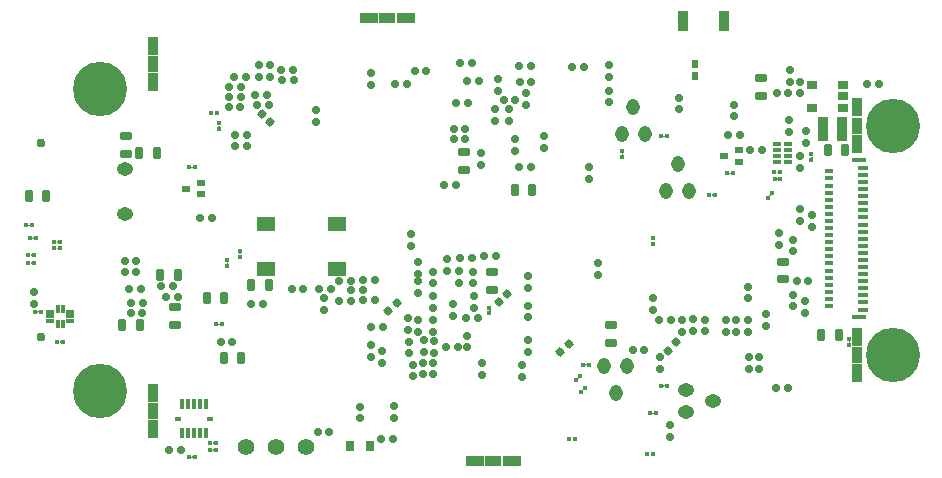
<source format=gbs>
G04*
G04 #@! TF.GenerationSoftware,Altium Limited,Altium Designer,22.2.1 (43)*
G04*
G04 Layer_Color=16711935*
%FSLAX25Y25*%
%MOIN*%
G70*
G04*
G04 #@! TF.SameCoordinates,78EA78F8-FF88-446E-916A-2EA80F8DE5DB*
G04*
G04*
G04 #@! TF.FilePolarity,Negative*
G04*
G01*
G75*
%ADD75C,0.00800*%
G04:AMPARAMS|DCode=77|XSize=16mil|YSize=16mil|CornerRadius=4.25mil|HoleSize=0mil|Usage=FLASHONLY|Rotation=180.000|XOffset=0mil|YOffset=0mil|HoleType=Round|Shape=RoundedRectangle|*
%AMROUNDEDRECTD77*
21,1,0.01600,0.00750,0,0,180.0*
21,1,0.00750,0.01600,0,0,180.0*
1,1,0.00850,-0.00375,0.00375*
1,1,0.00850,0.00375,0.00375*
1,1,0.00850,0.00375,-0.00375*
1,1,0.00850,-0.00375,-0.00375*
%
%ADD77ROUNDEDRECTD77*%
G04:AMPARAMS|DCode=78|XSize=16mil|YSize=16mil|CornerRadius=4.25mil|HoleSize=0mil|Usage=FLASHONLY|Rotation=90.000|XOffset=0mil|YOffset=0mil|HoleType=Round|Shape=RoundedRectangle|*
%AMROUNDEDRECTD78*
21,1,0.01600,0.00750,0,0,90.0*
21,1,0.00750,0.01600,0,0,90.0*
1,1,0.00850,0.00375,0.00375*
1,1,0.00850,0.00375,-0.00375*
1,1,0.00850,-0.00375,-0.00375*
1,1,0.00850,-0.00375,0.00375*
%
%ADD78ROUNDEDRECTD78*%
%ADD79R,0.02756X0.02363*%
G04:AMPARAMS|DCode=80|XSize=27.56mil|YSize=23.62mil|CornerRadius=5.91mil|HoleSize=0mil|Usage=FLASHONLY|Rotation=90.000|XOffset=0mil|YOffset=0mil|HoleType=Round|Shape=RoundedRectangle|*
%AMROUNDEDRECTD80*
21,1,0.02756,0.01181,0,0,90.0*
21,1,0.01575,0.02362,0,0,90.0*
1,1,0.01181,0.00591,0.00787*
1,1,0.01181,0.00591,-0.00787*
1,1,0.01181,-0.00591,-0.00787*
1,1,0.01181,-0.00591,0.00787*
%
%ADD80ROUNDEDRECTD80*%
%ADD86R,0.02953X0.01575*%
G04:AMPARAMS|DCode=87|XSize=27.56mil|YSize=23.62mil|CornerRadius=5.91mil|HoleSize=0mil|Usage=FLASHONLY|Rotation=180.000|XOffset=0mil|YOffset=0mil|HoleType=Round|Shape=RoundedRectangle|*
%AMROUNDEDRECTD87*
21,1,0.02756,0.01181,0,0,180.0*
21,1,0.01575,0.02362,0,0,180.0*
1,1,0.01181,-0.00787,0.00591*
1,1,0.01181,0.00787,0.00591*
1,1,0.01181,0.00787,-0.00591*
1,1,0.01181,-0.00787,-0.00591*
%
%ADD87ROUNDEDRECTD87*%
%ADD88R,0.03543X0.05906*%
%ADD89R,0.03543X0.05315*%
%ADD90R,0.05906X0.03543*%
%ADD91R,0.05315X0.03543*%
%ADD109R,0.02362X0.02756*%
%ADD118R,0.04921X0.01575*%
%ADD119R,0.03543X0.01575*%
G04:AMPARAMS|DCode=120|XSize=39.37mil|YSize=27.56mil|CornerRadius=6.69mil|HoleSize=0mil|Usage=FLASHONLY|Rotation=180.000|XOffset=0mil|YOffset=0mil|HoleType=Round|Shape=RoundedRectangle|*
%AMROUNDEDRECTD120*
21,1,0.03937,0.01417,0,0,180.0*
21,1,0.02598,0.02756,0,0,180.0*
1,1,0.01339,-0.01299,0.00709*
1,1,0.01339,0.01299,0.00709*
1,1,0.01339,0.01299,-0.00709*
1,1,0.01339,-0.01299,-0.00709*
%
%ADD120ROUNDEDRECTD120*%
G04:AMPARAMS|DCode=121|XSize=39.37mil|YSize=27.56mil|CornerRadius=6.69mil|HoleSize=0mil|Usage=FLASHONLY|Rotation=270.000|XOffset=0mil|YOffset=0mil|HoleType=Round|Shape=RoundedRectangle|*
%AMROUNDEDRECTD121*
21,1,0.03937,0.01417,0,0,270.0*
21,1,0.02598,0.02756,0,0,270.0*
1,1,0.01339,-0.00709,-0.01299*
1,1,0.01339,-0.00709,0.01299*
1,1,0.01339,0.00709,0.01299*
1,1,0.01339,0.00709,-0.01299*
%
%ADD121ROUNDEDRECTD121*%
G04:AMPARAMS|DCode=122|XSize=27.56mil|YSize=23.62mil|CornerRadius=5.91mil|HoleSize=0mil|Usage=FLASHONLY|Rotation=45.000|XOffset=0mil|YOffset=0mil|HoleType=Round|Shape=RoundedRectangle|*
%AMROUNDEDRECTD122*
21,1,0.02756,0.01181,0,0,45.0*
21,1,0.01575,0.02362,0,0,45.0*
1,1,0.01181,0.00974,0.00139*
1,1,0.01181,-0.00139,-0.00974*
1,1,0.01181,-0.00974,-0.00139*
1,1,0.01181,0.00139,0.00974*
%
%ADD122ROUNDEDRECTD122*%
%ADD124R,0.03740X0.08268*%
%ADD127C,0.18110*%
%ADD128C,0.05512*%
%ADD129C,0.03032*%
%ADD172O,0.05394X0.04394*%
%ADD173O,0.04394X0.05394*%
G04:AMPARAMS|DCode=174|XSize=27.56mil|YSize=23.62mil|CornerRadius=5.91mil|HoleSize=0mil|Usage=FLASHONLY|Rotation=315.000|XOffset=0mil|YOffset=0mil|HoleType=Round|Shape=RoundedRectangle|*
%AMROUNDEDRECTD174*
21,1,0.02756,0.01181,0,0,315.0*
21,1,0.01575,0.02362,0,0,315.0*
1,1,0.01181,0.00139,-0.00974*
1,1,0.01181,-0.00974,0.00139*
1,1,0.01181,-0.00139,0.00974*
1,1,0.01181,0.00974,-0.00139*
%
%ADD174ROUNDEDRECTD174*%
G04:AMPARAMS|DCode=175|XSize=16mil|YSize=16mil|CornerRadius=4.25mil|HoleSize=0mil|Usage=FLASHONLY|Rotation=45.000|XOffset=0mil|YOffset=0mil|HoleType=Round|Shape=RoundedRectangle|*
%AMROUNDEDRECTD175*
21,1,0.01600,0.00750,0,0,45.0*
21,1,0.00750,0.01600,0,0,45.0*
1,1,0.00850,0.00530,0.00000*
1,1,0.00850,0.00000,-0.00530*
1,1,0.00850,-0.00530,0.00000*
1,1,0.00850,0.00000,0.00530*
%
%ADD175ROUNDEDRECTD175*%
%ADD176R,0.02618X0.01181*%
%ADD177R,0.01378X0.03642*%
%ADD178R,0.02264X0.01575*%
%ADD179R,0.06300X0.04528*%
%ADD180R,0.03544X0.02756*%
%ADD181R,0.02610X0.01260*%
%ADD182R,0.01260X0.02610*%
%ADD183R,0.01260X0.03004*%
%ADD184R,0.02756X0.03543*%
%ADD185R,0.03543X0.06693*%
%ADD186O,0.05394X0.04394*%
D75*
X226910Y30240D02*
G03*
X226910Y30240I-100J0D01*
G01*
X223112Y21040D02*
G03*
X223112Y21040I-100J0D01*
G01*
X243182Y93847D02*
G03*
X243182Y93847I-100J0D01*
G01*
X212990Y107530D02*
G03*
X212990Y107530I-100J0D01*
G01*
X78610Y50714D02*
G03*
X78610Y50714I-100J0D01*
G01*
X226960Y113380D02*
G03*
X226960Y113380I-100J0D01*
G01*
X69520Y103080D02*
G03*
X69520Y103080I-100J0D01*
G01*
X198400Y32780D02*
G03*
X198400Y32780I-100J0D01*
G01*
X200880Y37220D02*
G03*
X200880Y37220I-100J0D01*
G01*
X276073Y106381D02*
G03*
X276073Y106381I-100J0D01*
G01*
X248980Y101040D02*
G03*
X248980Y101040I-100J0D01*
G01*
X15218Y83788D02*
G03*
X15218Y83788I-100J0D01*
G01*
X15966Y73898D02*
G03*
X15966Y73898I-100J0D01*
G01*
X16196Y71339D02*
G03*
X16196Y71339I-100J0D01*
G01*
X24836Y76041D02*
G03*
X24836Y76041I-100J0D01*
G01*
X16635Y79488D02*
G03*
X16635Y79488I-100J0D01*
G01*
X24757Y78246D02*
G03*
X24757Y78246I-100J0D01*
G01*
X69620Y6580D02*
G03*
X69620Y6580I-100J0D01*
G01*
X76700Y8715D02*
G03*
X76700Y8715I-100J0D01*
G01*
Y11080D02*
G03*
X76700Y11080I-100J0D01*
G01*
X168802Y55297D02*
G03*
X168802Y55297I-100J0D01*
G01*
X288643Y44921D02*
G03*
X288643Y44921I-100J0D01*
G01*
X25809Y44961D02*
G03*
X25809Y44961I-100J0D01*
G01*
X262305Y93740D02*
G03*
X262305Y93740I-100J0D01*
G01*
X18132Y54961D02*
G03*
X18132Y54961I-100J0D01*
G01*
X78565Y116783D02*
G03*
X78565Y116783I-100J0D01*
G01*
X264869Y99213D02*
G03*
X264869Y99213I-100J0D01*
G01*
X264864Y101378D02*
G03*
X264864Y101378I-100J0D01*
G01*
X85614Y74410D02*
G03*
X85614Y74410I-100J0D01*
G01*
X81399Y71339D02*
G03*
X81399Y71339I-100J0D01*
G01*
D77*
X16802Y73898D02*
D03*
X227746Y30240D02*
D03*
X224070Y21040D02*
D03*
X242024Y93847D02*
D03*
X221269Y7615D02*
D03*
X244018Y93847D02*
D03*
X195070Y12380D02*
D03*
X222076Y21040D02*
D03*
X225802Y113380D02*
D03*
X227796D02*
D03*
X199844Y37220D02*
D03*
X225752Y30240D02*
D03*
X223262Y7615D02*
D03*
X197064Y12380D02*
D03*
X201838Y37220D02*
D03*
X17031Y71339D02*
D03*
X79568Y50714D02*
D03*
X77574D02*
D03*
X70478Y103080D02*
D03*
X68484D02*
D03*
X249938Y101040D02*
D03*
X247944D02*
D03*
X16176Y83788D02*
D03*
X14182D02*
D03*
X14808Y73898D02*
D03*
X15038Y71339D02*
D03*
X23678Y76041D02*
D03*
X25671D02*
D03*
X15477Y79488D02*
D03*
X17471D02*
D03*
X23599Y78246D02*
D03*
X25592D02*
D03*
X68584Y6580D02*
D03*
X70578D02*
D03*
X77536Y8715D02*
D03*
X75542D02*
D03*
X77536Y11080D02*
D03*
X75542D02*
D03*
X24651Y44961D02*
D03*
X26644D02*
D03*
X17096Y54961D02*
D03*
X19089D02*
D03*
X77777Y121337D02*
D03*
X75784D02*
D03*
X265705Y99213D02*
D03*
X263712D02*
D03*
X265700Y101378D02*
D03*
X263706D02*
D03*
D78*
X212890Y106472D02*
D03*
X223261Y77602D02*
D03*
X212890Y108466D02*
D03*
X275973Y105445D02*
D03*
Y107439D02*
D03*
X223261Y79595D02*
D03*
X168702Y56355D02*
D03*
Y54361D02*
D03*
X288543Y45979D02*
D03*
Y43986D02*
D03*
X78465Y115847D02*
D03*
Y117841D02*
D03*
X85514Y75345D02*
D03*
Y73352D02*
D03*
X81299Y72274D02*
D03*
Y70281D02*
D03*
D79*
X72579Y94051D02*
D03*
X67461Y96020D02*
D03*
X72579Y97989D02*
D03*
X246761Y106880D02*
D03*
X251879Y108849D02*
D03*
Y104911D02*
D03*
D80*
X259629Y108800D02*
D03*
X94459Y127297D02*
D03*
X90522D02*
D03*
X225276Y52323D02*
D03*
X61992Y8760D02*
D03*
X65929D02*
D03*
X255692Y108800D02*
D03*
X271102Y65116D02*
D03*
X82992Y44826D02*
D03*
X79055D02*
D03*
X220315Y42165D02*
D03*
X216378D02*
D03*
X252150Y113820D02*
D03*
X248213D02*
D03*
X93268Y57480D02*
D03*
X89331D02*
D03*
X76260Y86221D02*
D03*
X72323D02*
D03*
X53307Y57992D02*
D03*
X49370D02*
D03*
X49092Y54580D02*
D03*
X53029D02*
D03*
X59324Y63472D02*
D03*
X63261D02*
D03*
X51024Y68347D02*
D03*
X47087D02*
D03*
X52480Y62598D02*
D03*
X48543D02*
D03*
X60905Y59921D02*
D03*
X64842D02*
D03*
X115959Y62497D02*
D03*
X112022D02*
D03*
X102722D02*
D03*
X106659D02*
D03*
X51024Y71750D02*
D03*
X47087D02*
D03*
X115315Y14724D02*
D03*
X111378D02*
D03*
X136609Y12637D02*
D03*
X132672D02*
D03*
X133259Y49797D02*
D03*
X129322D02*
D03*
X122436Y58371D02*
D03*
X118499D02*
D03*
X118654Y65329D02*
D03*
X122591D02*
D03*
X126423Y62164D02*
D03*
X122486D02*
D03*
X126465Y65523D02*
D03*
X130402D02*
D03*
X126480Y58853D02*
D03*
X130418D02*
D03*
X87822Y110197D02*
D03*
X83885D02*
D03*
X87822Y113697D02*
D03*
X83885D02*
D03*
X85659Y123331D02*
D03*
X81722D02*
D03*
X91222Y123997D02*
D03*
X95159D02*
D03*
X85759Y126664D02*
D03*
X81822D02*
D03*
X85759Y129897D02*
D03*
X81822D02*
D03*
X87559Y133197D02*
D03*
X83622D02*
D03*
X141176Y130997D02*
D03*
X137239D02*
D03*
X103447Y132126D02*
D03*
X99510D02*
D03*
X103247Y135526D02*
D03*
X99310D02*
D03*
X158189Y43268D02*
D03*
X154252D02*
D03*
X161022Y52797D02*
D03*
X164959D02*
D03*
X268150Y29685D02*
D03*
X264213D02*
D03*
X162776Y72997D02*
D03*
X158839D02*
D03*
X157429Y97220D02*
D03*
X153491D02*
D03*
X160676Y112497D02*
D03*
X156739D02*
D03*
X160676Y115997D02*
D03*
X156739D02*
D03*
X178643Y103223D02*
D03*
X182580D02*
D03*
X157631Y124497D02*
D03*
X161568D02*
D03*
X161131Y131997D02*
D03*
X165068D02*
D03*
X143735Y135097D02*
D03*
X147672D02*
D03*
X162942Y137997D02*
D03*
X159005D02*
D03*
X177376Y125597D02*
D03*
X173439D02*
D03*
X178659Y137023D02*
D03*
X182596D02*
D03*
X182680Y131623D02*
D03*
X178743D02*
D03*
X268354Y127815D02*
D03*
X264417D02*
D03*
X196131Y136497D02*
D03*
X200068D02*
D03*
X294449Y130827D02*
D03*
X298386D02*
D03*
X166831Y73497D02*
D03*
X170768D02*
D03*
X229213Y52323D02*
D03*
X275039Y65116D02*
D03*
D86*
X281929Y63943D02*
D03*
Y59219D02*
D03*
Y61581D02*
D03*
Y56856D02*
D03*
X281931Y71030D02*
D03*
Y94652D02*
D03*
Y87565D02*
D03*
Y68668D02*
D03*
Y66306D02*
D03*
Y75754D02*
D03*
Y73392D02*
D03*
Y78116D02*
D03*
Y80478D02*
D03*
Y85203D02*
D03*
Y82840D02*
D03*
Y92289D02*
D03*
Y89927D02*
D03*
Y99376D02*
D03*
Y97014D02*
D03*
Y101738D02*
D03*
D87*
X268448Y114764D02*
D03*
X272355Y106843D02*
D03*
X150001Y52106D02*
D03*
Y48169D02*
D03*
X260975Y54213D02*
D03*
X255050Y39732D02*
D03*
X258672Y39771D02*
D03*
X223110Y55471D02*
D03*
X181575Y45415D02*
D03*
X268448Y118701D02*
D03*
X272355Y102906D02*
D03*
X181391Y56966D02*
D03*
X204820Y67301D02*
D03*
X247389Y48307D02*
D03*
X240669Y48386D02*
D03*
X236693Y48465D02*
D03*
X255039Y48346D02*
D03*
X250995Y48307D02*
D03*
X225590Y39724D02*
D03*
Y35787D02*
D03*
X265158Y77284D02*
D03*
Y81221D02*
D03*
X273727Y54616D02*
D03*
Y58553D02*
D03*
X254894Y63307D02*
D03*
Y59370D02*
D03*
X270000Y75079D02*
D03*
Y79016D02*
D03*
X181575Y41478D02*
D03*
X161334Y43027D02*
D03*
Y46964D02*
D03*
X250276Y123976D02*
D03*
Y120039D02*
D03*
X272173Y85203D02*
D03*
Y89140D02*
D03*
X276299Y83234D02*
D03*
Y87171D02*
D03*
X113591Y59434D02*
D03*
Y55497D02*
D03*
X125601Y23336D02*
D03*
Y19399D02*
D03*
X129241Y43747D02*
D03*
Y39810D02*
D03*
X132791Y41766D02*
D03*
Y37829D02*
D03*
X136991Y23436D02*
D03*
Y19499D02*
D03*
X141496Y52715D02*
D03*
Y48778D02*
D03*
X141732Y44998D02*
D03*
Y41061D02*
D03*
X16772Y57559D02*
D03*
Y61496D02*
D03*
X142491Y76819D02*
D03*
Y80756D02*
D03*
X110991Y122266D02*
D03*
Y118329D02*
D03*
X91746Y133118D02*
D03*
Y137055D02*
D03*
X129291Y130529D02*
D03*
Y134466D02*
D03*
X95591Y133129D02*
D03*
Y137066D02*
D03*
X149960Y37966D02*
D03*
Y34029D02*
D03*
X150303Y45266D02*
D03*
Y41329D02*
D03*
X143282Y37324D02*
D03*
Y33387D02*
D03*
X146491Y34029D02*
D03*
Y37966D02*
D03*
X146903Y45370D02*
D03*
Y41433D02*
D03*
X145003Y52062D02*
D03*
Y48125D02*
D03*
X144755Y61141D02*
D03*
Y65078D02*
D03*
X149900Y64419D02*
D03*
Y68356D02*
D03*
X149907Y60209D02*
D03*
Y56272D02*
D03*
X144791Y71466D02*
D03*
Y67529D02*
D03*
X156680Y53476D02*
D03*
Y57413D02*
D03*
X154449Y72557D02*
D03*
Y68620D02*
D03*
X179507Y37060D02*
D03*
Y33123D02*
D03*
X166360Y37900D02*
D03*
Y33963D02*
D03*
X228976Y13240D02*
D03*
Y17177D02*
D03*
X236693Y52402D02*
D03*
X232716Y52284D02*
D03*
Y48346D02*
D03*
X181391Y53029D02*
D03*
X240669Y52323D02*
D03*
X247389Y52244D02*
D03*
X260975Y50276D02*
D03*
X250995Y52244D02*
D03*
X255039Y52284D02*
D03*
X255050Y35795D02*
D03*
X158531Y68416D02*
D03*
Y64479D02*
D03*
X165931Y107716D02*
D03*
Y103779D02*
D03*
X170603Y122370D02*
D03*
Y118433D02*
D03*
X175349Y122439D02*
D03*
Y118501D02*
D03*
X171550Y128582D02*
D03*
Y132518D02*
D03*
X177111Y112492D02*
D03*
Y108555D02*
D03*
X181011Y123855D02*
D03*
Y127792D02*
D03*
X201903Y103270D02*
D03*
Y99333D02*
D03*
X186903Y113466D02*
D03*
Y109529D02*
D03*
X208403Y124725D02*
D03*
Y128662D02*
D03*
X269951Y60682D02*
D03*
Y56745D02*
D03*
X268837Y135385D02*
D03*
Y131448D02*
D03*
X231850Y122362D02*
D03*
Y126299D02*
D03*
X208403Y137270D02*
D03*
Y133333D02*
D03*
X272165Y127717D02*
D03*
Y131653D02*
D03*
X274174Y111134D02*
D03*
Y115071D02*
D03*
X163231Y68316D02*
D03*
Y64379D02*
D03*
X163431Y60116D02*
D03*
Y56179D02*
D03*
X181403Y62925D02*
D03*
Y66862D02*
D03*
X223110Y59407D02*
D03*
X258672Y35834D02*
D03*
X204820Y71238D02*
D03*
D88*
X56520Y131378D02*
D03*
Y143622D02*
D03*
X56520Y15764D02*
D03*
Y28008D02*
D03*
X291339Y34429D02*
D03*
Y46673D02*
D03*
Y110807D02*
D03*
Y123051D02*
D03*
D89*
X56520Y137500D02*
D03*
X56520Y21886D02*
D03*
X291339Y40551D02*
D03*
Y116929D02*
D03*
D90*
X176161Y5098D02*
D03*
X163917D02*
D03*
X140740Y152980D02*
D03*
X128496D02*
D03*
D91*
X170039Y5098D02*
D03*
X134618Y152980D02*
D03*
D109*
X237060Y137389D02*
D03*
Y133451D02*
D03*
D118*
X291772Y53116D02*
D03*
Y105478D02*
D03*
D119*
X293252Y55675D02*
D03*
Y62762D02*
D03*
Y60400D02*
D03*
Y58038D02*
D03*
X293250Y79297D02*
D03*
Y95833D02*
D03*
Y102919D02*
D03*
Y65124D02*
D03*
Y69849D02*
D03*
Y67486D02*
D03*
Y76935D02*
D03*
Y74573D02*
D03*
Y72211D02*
D03*
Y86384D02*
D03*
Y84022D02*
D03*
Y81660D02*
D03*
Y93471D02*
D03*
Y91108D02*
D03*
Y88746D02*
D03*
Y100557D02*
D03*
Y98195D02*
D03*
D120*
X209275Y50400D02*
D03*
X63882Y50566D02*
D03*
Y56471D02*
D03*
X47480Y113543D02*
D03*
Y107638D02*
D03*
X160250Y102225D02*
D03*
Y108130D02*
D03*
X266496Y65715D02*
D03*
Y71621D02*
D03*
X259291Y126890D02*
D03*
Y132795D02*
D03*
X169511Y62174D02*
D03*
Y68080D02*
D03*
X209275Y44495D02*
D03*
D121*
X21024Y93504D02*
D03*
X15118D02*
D03*
X279370Y47087D02*
D03*
X285276D02*
D03*
X64772Y67226D02*
D03*
X58867D02*
D03*
X74410Y59567D02*
D03*
X80315D02*
D03*
X95276Y63819D02*
D03*
X89370D02*
D03*
X57795Y107992D02*
D03*
X51890D02*
D03*
X86024Y39646D02*
D03*
X80118D02*
D03*
X46187Y50500D02*
D03*
X52093D02*
D03*
X182964Y95623D02*
D03*
X177058D02*
D03*
X281407Y109000D02*
D03*
X287313D02*
D03*
D122*
X95540Y118066D02*
D03*
X92757Y120850D02*
D03*
D124*
X286282Y115928D02*
D03*
X279786D02*
D03*
D127*
X303150Y116929D02*
D03*
Y40551D02*
D03*
X38858Y28425D02*
D03*
Y129055D02*
D03*
D128*
X107491Y9766D02*
D03*
X87486D02*
D03*
X97491D02*
D03*
D129*
X19291Y46597D02*
D03*
Y111164D02*
D03*
D172*
X234270Y29020D02*
D03*
Y21520D02*
D03*
X243270Y25270D02*
D03*
D173*
X227667Y95264D02*
D03*
X235167D02*
D03*
X212890Y114220D02*
D03*
X220390D02*
D03*
X214510Y36760D02*
D03*
X207010D02*
D03*
X231417Y104264D02*
D03*
X210760Y27760D02*
D03*
X216640Y123220D02*
D03*
D174*
X134966Y55104D02*
D03*
X137750Y57888D02*
D03*
X230880Y44738D02*
D03*
X195082Y44146D02*
D03*
X192299Y41362D02*
D03*
X228096Y41954D02*
D03*
X171879Y58085D02*
D03*
X174662Y60869D02*
D03*
D175*
X199201Y28142D02*
D03*
X200611Y29552D02*
D03*
X198962Y33442D02*
D03*
X197552Y32032D02*
D03*
X261457Y92992D02*
D03*
X262866Y94402D02*
D03*
D176*
X264590Y106816D02*
D03*
X268330Y108784D02*
D03*
Y110753D02*
D03*
Y106816D02*
D03*
X264590Y108784D02*
D03*
Y110753D02*
D03*
Y104847D02*
D03*
X268330D02*
D03*
D177*
X66344Y14445D02*
D03*
X68312D02*
D03*
X72250D02*
D03*
X74218D02*
D03*
X68312Y24209D02*
D03*
X70281D02*
D03*
X74218D02*
D03*
X70281Y14445D02*
D03*
X66344Y24209D02*
D03*
X72250D02*
D03*
D178*
X64965Y19327D02*
D03*
X75596D02*
D03*
D179*
X117714Y69315D02*
D03*
X94092D02*
D03*
Y84079D02*
D03*
X117714D02*
D03*
D180*
X286455Y126718D02*
D03*
X276219Y122978D02*
D03*
X286455D02*
D03*
X276219Y130458D02*
D03*
X286455D02*
D03*
D181*
X22264Y54961D02*
D03*
Y53386D02*
D03*
Y51811D02*
D03*
X28917Y53386D02*
D03*
Y54961D02*
D03*
Y51811D02*
D03*
D182*
X26378Y55925D02*
D03*
X26378Y50846D02*
D03*
X24803D02*
D03*
D183*
Y55728D02*
D03*
D184*
X122184Y10297D02*
D03*
X128877D02*
D03*
D185*
X246754Y151894D02*
D03*
X233368D02*
D03*
D186*
X47047Y102630D02*
D03*
Y87528D02*
D03*
M02*

</source>
